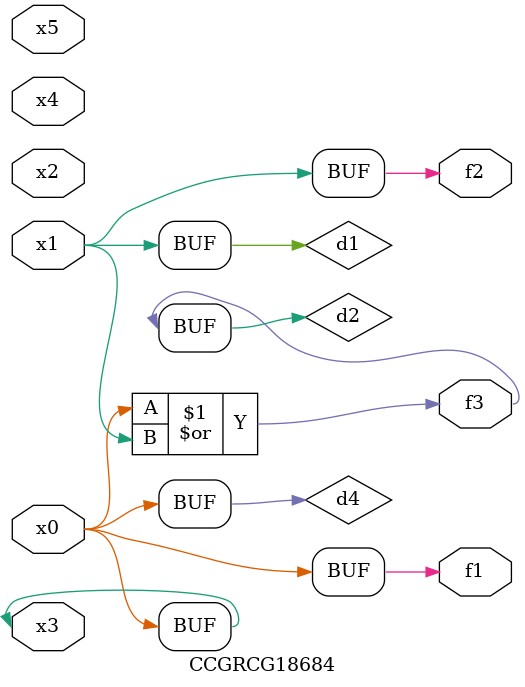
<source format=v>
module CCGRCG18684(
	input x0, x1, x2, x3, x4, x5,
	output f1, f2, f3
);

	wire d1, d2, d3, d4;

	and (d1, x1);
	or (d2, x0, x1);
	nand (d3, x0, x5);
	buf (d4, x0, x3);
	assign f1 = d4;
	assign f2 = d1;
	assign f3 = d2;
endmodule

</source>
